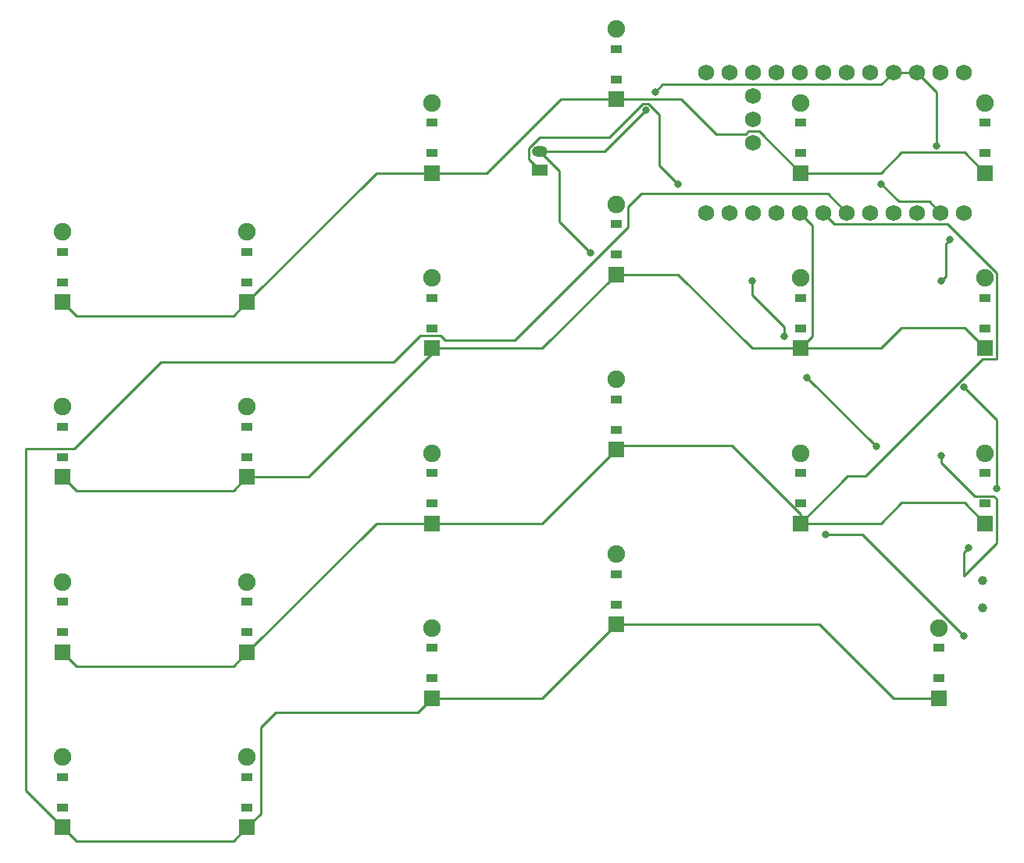
<source format=gbr>
%TF.GenerationSoftware,KiCad,Pcbnew,8.0.7*%
%TF.CreationDate,2025-01-04T23:43:43-07:00*%
%TF.ProjectId,left,6c656674-2e6b-4696-9361-645f70636258,v1.0.0*%
%TF.SameCoordinates,Original*%
%TF.FileFunction,Copper,L1,Top*%
%TF.FilePolarity,Positive*%
%FSLAX46Y46*%
G04 Gerber Fmt 4.6, Leading zero omitted, Abs format (unit mm)*
G04 Created by KiCad (PCBNEW 8.0.7) date 2025-01-04 23:43:43*
%MOMM*%
%LPD*%
G01*
G04 APERTURE LIST*
%TA.AperFunction,SMDPad,CuDef*%
%ADD10R,1.200000X0.900000*%
%TD*%
%TA.AperFunction,ComponentPad*%
%ADD11R,1.778000X1.778000*%
%TD*%
%TA.AperFunction,ComponentPad*%
%ADD12C,1.905000*%
%TD*%
%TA.AperFunction,ComponentPad*%
%ADD13C,1.752600*%
%TD*%
%TA.AperFunction,WasherPad*%
%ADD14C,1.000000*%
%TD*%
%TA.AperFunction,ComponentPad*%
%ADD15R,1.700000X1.200000*%
%TD*%
%TA.AperFunction,ComponentPad*%
%ADD16O,1.700000X1.200000*%
%TD*%
%TA.AperFunction,ViaPad*%
%ADD17C,0.800000*%
%TD*%
%TA.AperFunction,Conductor*%
%ADD18C,0.250000*%
%TD*%
G04 APERTURE END LIST*
D10*
%TO.P,D1,1*%
%TO.N,P029*%
X108300000Y-154150000D03*
%TO.P,D1,2*%
%TO.N,shift_utility*%
X108300000Y-150850000D03*
D11*
%TO.P,D1,1*%
%TO.N,P029*%
X108300000Y-156310000D03*
D12*
%TO.P,D1,2*%
%TO.N,shift_utility*%
X108300000Y-148690000D03*
%TD*%
D10*
%TO.P,D2,1*%
%TO.N,P002*%
X108300000Y-135150000D03*
%TO.P,D2,2*%
%TO.N,shift_down*%
X108300000Y-131850000D03*
D11*
%TO.P,D2,1*%
%TO.N,P002*%
X108300000Y-137310000D03*
D12*
%TO.P,D2,2*%
%TO.N,shift_down*%
X108300000Y-129690000D03*
%TD*%
D10*
%TO.P,D3,1*%
%TO.N,P115*%
X108300000Y-116150000D03*
%TO.P,D3,2*%
%TO.N,shift_home*%
X108300000Y-112850000D03*
D11*
%TO.P,D3,1*%
%TO.N,P115*%
X108300000Y-118310000D03*
D12*
%TO.P,D3,2*%
%TO.N,shift_home*%
X108300000Y-110690000D03*
%TD*%
D10*
%TO.P,D4,1*%
%TO.N,P113*%
X108300000Y-97150000D03*
%TO.P,D4,2*%
%TO.N,shift_up*%
X108300000Y-93850000D03*
D11*
%TO.P,D4,1*%
%TO.N,P113*%
X108300000Y-99310000D03*
D12*
%TO.P,D4,2*%
%TO.N,shift_up*%
X108300000Y-91690000D03*
%TD*%
D10*
%TO.P,D5,1*%
%TO.N,P029*%
X128300000Y-154150000D03*
%TO.P,D5,2*%
%TO.N,a_utility*%
X128300000Y-150850000D03*
D11*
%TO.P,D5,1*%
%TO.N,P029*%
X128300000Y-156310000D03*
D12*
%TO.P,D5,2*%
%TO.N,a_utility*%
X128300000Y-148690000D03*
%TD*%
D10*
%TO.P,D6,1*%
%TO.N,P002*%
X128300000Y-135150000D03*
%TO.P,D6,2*%
%TO.N,a_down*%
X128300000Y-131850000D03*
D11*
%TO.P,D6,1*%
%TO.N,P002*%
X128300000Y-137310000D03*
D12*
%TO.P,D6,2*%
%TO.N,a_down*%
X128300000Y-129690000D03*
%TD*%
D10*
%TO.P,D7,1*%
%TO.N,P115*%
X128300000Y-116150000D03*
%TO.P,D7,2*%
%TO.N,a_home*%
X128300000Y-112850000D03*
D11*
%TO.P,D7,1*%
%TO.N,P115*%
X128300000Y-118310000D03*
D12*
%TO.P,D7,2*%
%TO.N,a_home*%
X128300000Y-110690000D03*
%TD*%
D10*
%TO.P,D8,1*%
%TO.N,P113*%
X128300000Y-97150000D03*
%TO.P,D8,2*%
%TO.N,a_up*%
X128300000Y-93850000D03*
D11*
%TO.P,D8,1*%
%TO.N,P113*%
X128300000Y-99310000D03*
D12*
%TO.P,D8,2*%
%TO.N,a_up*%
X128300000Y-91690000D03*
%TD*%
D10*
%TO.P,D9,1*%
%TO.N,P029*%
X148300000Y-140150000D03*
%TO.P,D9,2*%
%TO.N,s_utility*%
X148300000Y-136850000D03*
D11*
%TO.P,D9,1*%
%TO.N,P029*%
X148300000Y-142310000D03*
D12*
%TO.P,D9,2*%
%TO.N,s_utility*%
X148300000Y-134690000D03*
%TD*%
D10*
%TO.P,D10,1*%
%TO.N,P002*%
X148300000Y-121150000D03*
%TO.P,D10,2*%
%TO.N,s_down*%
X148300000Y-117850000D03*
D11*
%TO.P,D10,1*%
%TO.N,P002*%
X148300000Y-123310000D03*
D12*
%TO.P,D10,2*%
%TO.N,s_down*%
X148300000Y-115690000D03*
%TD*%
D10*
%TO.P,D11,1*%
%TO.N,P115*%
X148300000Y-102150000D03*
%TO.P,D11,2*%
%TO.N,s_home*%
X148300000Y-98850000D03*
D11*
%TO.P,D11,1*%
%TO.N,P115*%
X148300000Y-104310000D03*
D12*
%TO.P,D11,2*%
%TO.N,s_home*%
X148300000Y-96690000D03*
%TD*%
D10*
%TO.P,D12,1*%
%TO.N,P113*%
X148300000Y-83150000D03*
%TO.P,D12,2*%
%TO.N,s_up*%
X148300000Y-79850000D03*
D11*
%TO.P,D12,1*%
%TO.N,P113*%
X148300000Y-85310000D03*
D12*
%TO.P,D12,2*%
%TO.N,s_up*%
X148300000Y-77690000D03*
%TD*%
D10*
%TO.P,D13,1*%
%TO.N,P029*%
X168300000Y-132150000D03*
%TO.P,D13,2*%
%TO.N,d_utility*%
X168300000Y-128850000D03*
D11*
%TO.P,D13,1*%
%TO.N,P029*%
X168300000Y-134310000D03*
D12*
%TO.P,D13,2*%
%TO.N,d_utility*%
X168300000Y-126690000D03*
%TD*%
D10*
%TO.P,D14,1*%
%TO.N,P002*%
X168300000Y-113150000D03*
%TO.P,D14,2*%
%TO.N,d_down*%
X168300000Y-109850000D03*
D11*
%TO.P,D14,1*%
%TO.N,P002*%
X168300000Y-115310000D03*
D12*
%TO.P,D14,2*%
%TO.N,d_down*%
X168300000Y-107690000D03*
%TD*%
D10*
%TO.P,D15,1*%
%TO.N,P115*%
X168300000Y-94150000D03*
%TO.P,D15,2*%
%TO.N,d_home*%
X168300000Y-90850000D03*
D11*
%TO.P,D15,1*%
%TO.N,P115*%
X168300000Y-96310000D03*
D12*
%TO.P,D15,2*%
%TO.N,d_home*%
X168300000Y-88690000D03*
%TD*%
D10*
%TO.P,D16,1*%
%TO.N,P113*%
X168300000Y-75150000D03*
%TO.P,D16,2*%
%TO.N,d_up*%
X168300000Y-71850000D03*
D11*
%TO.P,D16,1*%
%TO.N,P113*%
X168300000Y-77310000D03*
D12*
%TO.P,D16,2*%
%TO.N,d_up*%
X168300000Y-69690000D03*
%TD*%
D10*
%TO.P,D17,1*%
%TO.N,P002*%
X188300000Y-121150000D03*
%TO.P,D17,2*%
%TO.N,f_down*%
X188300000Y-117850000D03*
D11*
%TO.P,D17,1*%
%TO.N,P002*%
X188300000Y-123310000D03*
D12*
%TO.P,D17,2*%
%TO.N,f_down*%
X188300000Y-115690000D03*
%TD*%
D10*
%TO.P,D18,1*%
%TO.N,P115*%
X188300000Y-102150000D03*
%TO.P,D18,2*%
%TO.N,f_home*%
X188300000Y-98850000D03*
D11*
%TO.P,D18,1*%
%TO.N,P115*%
X188300000Y-104310000D03*
D12*
%TO.P,D18,2*%
%TO.N,f_home*%
X188300000Y-96690000D03*
%TD*%
D10*
%TO.P,D19,1*%
%TO.N,P113*%
X188300000Y-83150000D03*
%TO.P,D19,2*%
%TO.N,f_up*%
X188300000Y-79850000D03*
D11*
%TO.P,D19,1*%
%TO.N,P113*%
X188300000Y-85310000D03*
D12*
%TO.P,D19,2*%
%TO.N,f_up*%
X188300000Y-77690000D03*
%TD*%
D10*
%TO.P,D20,1*%
%TO.N,P002*%
X208300000Y-121150000D03*
%TO.P,D20,2*%
%TO.N,g_down*%
X208300000Y-117850000D03*
D11*
%TO.P,D20,1*%
%TO.N,P002*%
X208300000Y-123310000D03*
D12*
%TO.P,D20,2*%
%TO.N,g_down*%
X208300000Y-115690000D03*
%TD*%
D10*
%TO.P,D21,1*%
%TO.N,P115*%
X208300000Y-102150000D03*
%TO.P,D21,2*%
%TO.N,g_home*%
X208300000Y-98850000D03*
D11*
%TO.P,D21,1*%
%TO.N,P115*%
X208300000Y-104310000D03*
D12*
%TO.P,D21,2*%
%TO.N,g_home*%
X208300000Y-96690000D03*
%TD*%
D10*
%TO.P,D22,1*%
%TO.N,P113*%
X208300000Y-83150000D03*
%TO.P,D22,2*%
%TO.N,g_up*%
X208300000Y-79850000D03*
D11*
%TO.P,D22,1*%
%TO.N,P113*%
X208300000Y-85310000D03*
D12*
%TO.P,D22,2*%
%TO.N,g_up*%
X208300000Y-77690000D03*
%TD*%
D10*
%TO.P,D23,1*%
%TO.N,P029*%
X203300000Y-140150000D03*
%TO.P,D23,2*%
%TO.N,g_anchor*%
X203300000Y-136850000D03*
D11*
%TO.P,D23,1*%
%TO.N,P029*%
X203300000Y-142310000D03*
D12*
%TO.P,D23,2*%
%TO.N,g_anchor*%
X203300000Y-134690000D03*
%TD*%
D13*
%TO.P,MCU1,1*%
%TO.N,P006*%
X205970000Y-74380000D03*
%TO.P,MCU1,2*%
%TO.N,P008*%
X203430000Y-74380000D03*
%TO.P,MCU1,3*%
%TO.N,GND*%
X200890000Y-74380000D03*
%TO.P,MCU1,4*%
X198350000Y-74380000D03*
%TO.P,MCU1,5*%
%TO.N,P017*%
X195810000Y-74380000D03*
%TO.P,MCU1,6*%
%TO.N,P020*%
X193270000Y-74380000D03*
%TO.P,MCU1,7*%
%TO.N,P022*%
X190730000Y-74380000D03*
%TO.P,MCU1,8*%
%TO.N,P024*%
X188190000Y-74380000D03*
%TO.P,MCU1,9*%
%TO.N,P100*%
X185650000Y-74380000D03*
%TO.P,MCU1,10*%
%TO.N,P011*%
X183110000Y-74380000D03*
%TO.P,MCU1,11*%
%TO.N,P104*%
X180570000Y-74380000D03*
%TO.P,MCU1,12*%
%TO.N,P106*%
X178030000Y-74380000D03*
%TO.P,MCU1,13*%
%TO.N,P009*%
X178030000Y-89620000D03*
%TO.P,MCU1,14*%
%TO.N,P010*%
X180570000Y-89620000D03*
%TO.P,MCU1,15*%
%TO.N,P111*%
X183110000Y-89620000D03*
%TO.P,MCU1,16*%
%TO.N,P113*%
X185650000Y-89620000D03*
%TO.P,MCU1,17*%
%TO.N,P115*%
X188190000Y-89620000D03*
%TO.P,MCU1,18*%
%TO.N,P002*%
X190730000Y-89620000D03*
%TO.P,MCU1,19*%
%TO.N,P029*%
X193270000Y-89620000D03*
%TO.P,MCU1,20*%
%TO.N,P031*%
X195810000Y-89620000D03*
%TO.P,MCU1,21*%
%TO.N,VCC*%
X198350000Y-89620000D03*
%TO.P,MCU1,22*%
%TO.N,RST*%
X200890000Y-89620000D03*
%TO.P,MCU1,23*%
%TO.N,GND*%
X203430000Y-89620000D03*
%TO.P,MCU1,24*%
%TO.N,RAW*%
X205970000Y-89620000D03*
%TO.P,MCU1,31*%
%TO.N,P101*%
X183110000Y-76920000D03*
%TO.P,MCU1,32*%
%TO.N,P102*%
X183110000Y-79460000D03*
%TO.P,MCU1,33*%
%TO.N,P107*%
X183110000Y-82000000D03*
%TD*%
D14*
%TO.P,T1,*%
%TO.N,*%
X208000000Y-132500000D03*
X208000000Y-129500000D03*
%TD*%
D15*
%TO.P,JST1,1*%
%TO.N,pos*%
X160000000Y-85000000D03*
D16*
%TO.P,JST1,2*%
%TO.N,GND*%
X160000000Y-83000000D03*
%TD*%
D17*
%TO.N,RAW*%
X203500000Y-97000000D03*
X206012653Y-108512653D03*
X209500000Y-119500000D03*
X204500000Y-92500000D03*
%TO.N,pos*%
X206500000Y-126000000D03*
X196500000Y-115000000D03*
X186500000Y-103000000D03*
X203500000Y-116000000D03*
X175000000Y-86500000D03*
X183000000Y-97000000D03*
X189000000Y-107500000D03*
%TO.N,RST*%
X191000000Y-124500000D03*
X205976387Y-135518365D03*
%TO.N,GND*%
X165500000Y-94000000D03*
X197000000Y-86500000D03*
X203000000Y-82350000D03*
X172500000Y-76500000D03*
X171500000Y-78500000D03*
%TD*%
D18*
%TO.N,RAW*%
X204000000Y-93000000D02*
X204500000Y-92500000D01*
X204000000Y-96500000D02*
X204000000Y-93000000D01*
X203500000Y-97000000D02*
X204000000Y-96500000D01*
X209577500Y-112077500D02*
X206012653Y-108512653D01*
X209500000Y-119500000D02*
X209577500Y-119422500D01*
X209577500Y-119422500D02*
X209577500Y-112077500D01*
%TO.N,pos*%
X206000000Y-126500000D02*
X206500000Y-126000000D01*
X206000000Y-129000000D02*
X206000000Y-126500000D01*
X209514000Y-120664000D02*
X209514000Y-125486000D01*
X209225000Y-120375000D02*
X209514000Y-120664000D01*
X207141316Y-120375000D02*
X209225000Y-120375000D01*
X203500000Y-116733684D02*
X207141316Y-120375000D01*
X189000000Y-107500000D02*
X196500000Y-115000000D01*
X203500000Y-116000000D02*
X203500000Y-116733684D01*
X186500000Y-102050000D02*
X186500000Y-103000000D01*
X183000000Y-98550000D02*
X186500000Y-102050000D01*
X183000000Y-97000000D02*
X183000000Y-98550000D01*
X209514000Y-125486000D02*
X206000000Y-129000000D01*
X173000000Y-84500000D02*
X175000000Y-86500000D01*
X171800305Y-77775000D02*
X173000000Y-78974695D01*
X171199695Y-77775000D02*
X171800305Y-77775000D01*
X167542893Y-81431802D02*
X171199695Y-77775000D01*
X158825000Y-82616852D02*
X160010050Y-81431802D01*
X160010050Y-81431802D02*
X167542893Y-81431802D01*
X158825000Y-83825000D02*
X158825000Y-82616852D01*
X173000000Y-78974695D02*
X173000000Y-84500000D01*
X160000000Y-85000000D02*
X158825000Y-83825000D01*
%TO.N,RST*%
X194958022Y-124500000D02*
X191000000Y-124500000D01*
X205976387Y-135518365D02*
X194958022Y-124500000D01*
%TO.N,GND*%
X162089500Y-85089500D02*
X162089500Y-90589500D01*
X160000000Y-83000000D02*
X162089500Y-85089500D01*
X162089500Y-90589500D02*
X165500000Y-94000000D01*
X202228700Y-88418700D02*
X203430000Y-89620000D01*
X198918700Y-88418700D02*
X202228700Y-88418700D01*
X197000000Y-86500000D02*
X198918700Y-88418700D01*
X203000000Y-76490000D02*
X203000000Y-82350000D01*
X200890000Y-74380000D02*
X203000000Y-76490000D01*
X198350000Y-74380000D02*
X200890000Y-74380000D01*
X197011300Y-75718700D02*
X198350000Y-74380000D01*
X172500000Y-76500000D02*
X173281300Y-75718700D01*
X173281300Y-75718700D02*
X197011300Y-75718700D01*
X167000000Y-83000000D02*
X171500000Y-78500000D01*
X160000000Y-83000000D02*
X167000000Y-83000000D01*
%TO.N,P029*%
X191225000Y-87575000D02*
X193270000Y-89620000D01*
X170995532Y-87575000D02*
X191225000Y-87575000D01*
X169575000Y-91175000D02*
X169575000Y-88995532D01*
X157325000Y-103425000D02*
X169575000Y-91175000D01*
X149725000Y-103425000D02*
X157325000Y-103425000D01*
X149225000Y-102925000D02*
X149725000Y-103425000D01*
X169575000Y-88995532D02*
X170995532Y-87575000D01*
X147075000Y-102925000D02*
X149225000Y-102925000D01*
X144175000Y-105825000D02*
X147075000Y-102925000D01*
X109540416Y-115225900D02*
X118941316Y-105825000D01*
X104274100Y-115225900D02*
X109540416Y-115225900D01*
X104274100Y-152284100D02*
X104274100Y-115225900D01*
X118941316Y-105825000D02*
X144175000Y-105825000D01*
X108300000Y-156310000D02*
X104274100Y-152284100D01*
%TO.N,P002*%
X191931300Y-90821300D02*
X190730000Y-89620000D01*
X204237958Y-90821300D02*
X191931300Y-90821300D01*
X209577500Y-96160842D02*
X204237958Y-90821300D01*
X209577500Y-105460500D02*
X209577500Y-96160842D01*
X209514000Y-105524000D02*
X209577500Y-105460500D01*
X207976000Y-105524000D02*
X209514000Y-105524000D01*
X195274100Y-118225900D02*
X207976000Y-105524000D01*
X193384100Y-118225900D02*
X195274100Y-118225900D01*
X188300000Y-123310000D02*
X193384100Y-118225900D01*
%TO.N,P115*%
X189577500Y-91007500D02*
X188190000Y-89620000D01*
X189577500Y-103032500D02*
X189577500Y-91007500D01*
X188300000Y-104310000D02*
X189577500Y-103032500D01*
%TO.N,P113*%
X199223350Y-83075000D02*
X206065000Y-83075000D01*
X196988350Y-85310000D02*
X199223350Y-83075000D01*
X188300000Y-85310000D02*
X196988350Y-85310000D01*
X206065000Y-83075000D02*
X208300000Y-85310000D01*
X182321605Y-81089500D02*
X182612405Y-80798700D01*
X179134501Y-81089500D02*
X182321605Y-81089500D01*
X183788700Y-80798700D02*
X188300000Y-85310000D01*
X175355001Y-77310000D02*
X179134501Y-81089500D01*
X168300000Y-77310000D02*
X175355001Y-77310000D01*
X182612405Y-80798700D02*
X183788700Y-80798700D01*
X154291650Y-85310000D02*
X162291650Y-77310000D01*
X148300000Y-85310000D02*
X154291650Y-85310000D01*
X162291650Y-77310000D02*
X168300000Y-77310000D01*
X142300000Y-85310000D02*
X148300000Y-85310000D01*
X128300000Y-99310000D02*
X142300000Y-85310000D01*
X126785000Y-100825000D02*
X128300000Y-99310000D01*
X108300000Y-99310000D02*
X109815000Y-100825000D01*
X109815000Y-100825000D02*
X126785000Y-100825000D01*
%TO.N,P115*%
X206065000Y-102075000D02*
X208300000Y-104310000D01*
X196988350Y-104310000D02*
X199223350Y-102075000D01*
X188300000Y-104310000D02*
X196988350Y-104310000D01*
X199223350Y-102075000D02*
X206065000Y-102075000D01*
X183011650Y-104310000D02*
X188300000Y-104310000D01*
X175011650Y-96310000D02*
X183011650Y-104310000D01*
X168300000Y-96310000D02*
X175011650Y-96310000D01*
X160300000Y-104310000D02*
X168300000Y-96310000D01*
X148300000Y-104310000D02*
X160300000Y-104310000D01*
X148300000Y-104933684D02*
X148300000Y-104310000D01*
X128300000Y-118310000D02*
X134923684Y-118310000D01*
X134923684Y-118310000D02*
X148300000Y-104933684D01*
X109815000Y-119825000D02*
X126785000Y-119825000D01*
X108300000Y-118310000D02*
X109815000Y-119825000D01*
X126785000Y-119825000D02*
X128300000Y-118310000D01*
%TO.N,P002*%
X206065000Y-121075000D02*
X208300000Y-123310000D01*
X196988350Y-123310000D02*
X199223350Y-121075000D01*
X199223350Y-121075000D02*
X206065000Y-121075000D01*
X188300000Y-123310000D02*
X196988350Y-123310000D01*
X188300000Y-122345001D02*
X188300000Y-123310000D01*
X180865499Y-114910500D02*
X188300000Y-122345001D01*
X168699500Y-114910500D02*
X180865499Y-114910500D01*
X168300000Y-115310000D02*
X168699500Y-114910500D01*
X160300000Y-123310000D02*
X168300000Y-115310000D01*
X148300000Y-123310000D02*
X160300000Y-123310000D01*
X142300000Y-123310000D02*
X148300000Y-123310000D01*
X128300000Y-137310000D02*
X142300000Y-123310000D01*
X109815000Y-138825000D02*
X126785000Y-138825000D01*
X126785000Y-138825000D02*
X128300000Y-137310000D01*
X108300000Y-137310000D02*
X109815000Y-138825000D01*
%TO.N,P029*%
X198355001Y-142310000D02*
X203300000Y-142310000D01*
X190355001Y-134310000D02*
X198355001Y-142310000D01*
X168300000Y-134310000D02*
X190355001Y-134310000D01*
X160300000Y-142310000D02*
X168300000Y-134310000D01*
X148300000Y-142310000D02*
X160300000Y-142310000D01*
X146785000Y-143825000D02*
X148300000Y-142310000D01*
X129800000Y-145417157D02*
X131392157Y-143825000D01*
X131392157Y-143825000D02*
X146785000Y-143825000D01*
X128300000Y-156310000D02*
X129800000Y-154810000D01*
X129800000Y-154810000D02*
X129800000Y-145417157D01*
X109815000Y-157825000D02*
X126785000Y-157825000D01*
X108300000Y-156310000D02*
X109815000Y-157825000D01*
X126785000Y-157825000D02*
X128300000Y-156310000D01*
%TD*%
M02*

</source>
